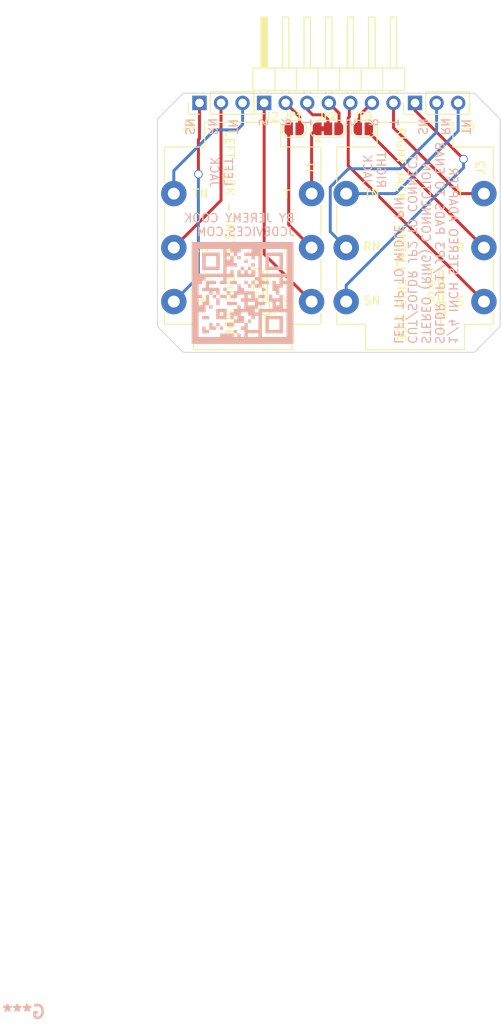
<source format=kicad_pcb>
(kicad_pcb (version 20211014) (generator pcbnew)
  (layers (0 "F.Cu" signal) (31 "B.Cu" signal) (34 "B.Paste" user) (35 "F.Paste" user) (36 "B.SilkS" user "B.Silkscreen") (37 "F.SilkS" user "F.Silkscreen") (38 "B.Mask" user) (39 "F.Mask" user) (44 "Edge.Cuts" user))
  (net 0 "")
  (net 1 "Net-(JP1-Pad2)")
  (net 2 "Net-(J1-PadS)")
  (net 3 "Net-(J1-PadRN)")
  (net 4 "Net-(J2-Pad2)")
  (net 5 "Net-(J2-Pad3)")
  (net 6 "Net-(J2-Pad4)")
  (net 7 "Net-(J2-Pad5)")
  (net 8 "Net-(J2-Pad6)")
  (net 9 "Net-(J2-Pad7)")
  (net 10 "Net-(J3-PadR)")
  (net 11 "Net-(J1-PadSN)")
  (net 12 "Net-(JP2-Pad1)")
  (net 13 "Net-(J1-PadTN)")
  (net 14 "Net-(J3-PadRN)")
  (net 15 "Net-(J3-PadSN)")
  (net 16 "Net-(J3-PadTN)")
  (footprint "Jumper:SolderJumper-2_P1.3mm_Open_RoundedPad1.0x1.5mm" (layer "F.Cu") (at 141.224 62.611)
    (fp_text reference "JP3" (at 0 -1.524) (layer "F.SilkS") (effects (font (size 0.8 0.8))))
    (fp_text value "SolderJumper_2_Open")
    (fp_line (start -1.4 0.3) (end -1.4 -0.3) (layer "F.SilkS") (width 0.12))
    (fp_line (start -0.7 -1) (end 0.7 -1) (layer "F.SilkS") (width 0.12))
    (fp_line (start 0.7 1) (end -0.7 1) (layer "F.SilkS") (width 0.12))
    (fp_line (start 1.4 -0.3) (end 1.4 0.3) (layer "F.SilkS") (width 0.12))
    (fp_arc (start 1.4 0.3) (mid 1.194975 0.794975) (end 0.7 1) (layer "F.SilkS") (width 0.12))
    (fp_arc (start -0.7 1) (mid -1.194975 0.794975) (end -1.4 0.3) (layer "F.SilkS") (width 0.12))
    (fp_arc (start 0.7 -1) (mid 1.194975 -0.794975) (end 1.4 -0.3) (layer "F.SilkS") (width 0.12))
    (fp_arc (start -1.4 -0.3) (mid -1.194975 -0.794975) (end -0.7 -1) (layer "F.SilkS") (width 0.12))
    (pad "1" smd custom locked (at -0.65 0) (size 1 0.5) (layers "F.Cu" "F.Mask") (net 8 "Net-(J2-Pad6)") (options (clearance outline) (anchor rect)) (primitives (gr_circle (center 0 0.25) (end 0.5 0.25) (width 0) (fill yes)) (gr_circle (center 0 -0.25) (end 0.5 -0.25) (width 0) (fill yes)) (gr_poly (pts (xy 0.5 0.75) (xy 0 0.75) (xy 0 -0.75) (xy 0.5 -0.75)) (width 0) (fill yes))))
    (pad "2" smd custom locked (at 0.65 0) (size 1 0.5) (layers "F.Cu" "F.Mask") (net 10 "Net-(J3-PadR)") (options (clearance outline) (anchor rect)) (primitives (gr_circle (center 0 0.25) (end 0.5 0.25) (width 0) (fill yes)) (gr_circle (center 0 -0.25) (end 0.5 -0.25) (width 0) (fill yes)) (gr_poly (pts (xy 0 0.75) (xy -0.5 0.75) (xy -0.5 -0.75) (xy 0 -0.75)) (width 0) (fill yes))))
  )
  (footprint "Connector_PinHeader_2.54mm:PinHeader_1x03_P2.54mm_Vertical" (layer "F.Cu") (at 147.32 59.563 90)
    (fp_text reference "J5" (at -2.667 6.223) (layer "F.SilkS"))
    (fp_text value "Conn_01x03_Female")
    (fp_line (start 1.33 1.27) (end 1.33 6.41) (layer "F.SilkS") (width 0.12))
    (fp_line (start -1.33 1.27) (end -1.33 6.41) (layer "F.SilkS") (width 0.12))
    (fp_line (start -1.33 0) (end -1.33 -1.33) (layer "F.SilkS") (width 0.12))
    (fp_line (start -1.33 6.41) (end 1.33 6.41) (layer "F.SilkS") (width 0.12))
    (fp_line (start -1.33 1.27) (end 1.33 1.27) (layer "F.SilkS") (width 0.12))
    (fp_line (start -1.33 -1.33) (end 0 -1.33) (layer "F.SilkS") (width 0.12))
    (pad "1" thru_hole rect locked (at 0 0 90) (size 1.7 1.7) (drill 1) (layers *.Cu *.Mask) (net 15 "Net-(J3-PadSN)"))
    (pad "2" thru_hole oval locked (at 0 2.54 90) (size 1.7 1.7) (drill 1) (layers *.Cu *.Mask) (net 14 "Net-(J3-PadRN)"))
    (pad "3" thru_hole oval locked (at 0 5.08 90) (size 1.7 1.7) (drill 1) (layers *.Cu *.Mask) (net 16 "Net-(J3-PadTN)"))
  )
  (footprint "Jumper:SolderJumper-2_P1.3mm_Open_RoundedPad1.0x1.5mm" (layer "F.Cu") (at 133.081 62.611 180)
    (fp_text reference "JP1" (at 0.112 1.524) (layer "F.SilkS") (effects (font (size 0.8 0.8))))
    (fp_text value "SolderJumper_2_Open")
    (fp_line (start 1.4 -0.3) (end 1.4 0.3) (layer "F.SilkS") (width 0.12))
    (fp_line (start 0.7 1) (end -0.7 1) (layer "F.SilkS") (width 0.12))
    (fp_line (start -0.7 -1) (end 0.7 -1) (layer "F.SilkS") (width 0.12))
    (fp_line (start -1.4 0.3) (end -1.4 -0.3) (layer "F.SilkS") (width 0.12))
    (fp_arc (start -0.7 1) (mid -1.194975 0.794975) (end -1.4 0.3) (layer "F.SilkS") (width 0.12))
    (fp_arc (start 1.4 0.3) (mid 1.194975 0.794975) (end 0.7 1) (layer "F.SilkS") (width 0.12))
    (fp_arc (start 0.7 -1) (mid 1.194975 -0.794975) (end 1.4 -0.3) (layer "F.SilkS") (width 0.12))
    (fp_arc (start -1.4 -0.3) (mid -1.194975 -0.794975) (end -0.7 -1) (layer "F.SilkS") (width 0.12))
    (pad "1" smd custom locked (at -0.65 0 180) (size 1 0.5) (layers "F.Cu" "F.Mask") (net 4 "Net-(J2-Pad2)") (options (clearance outline) (anchor rect)) (primitives (gr_circle (center 0 0.25) (end 0.5 0.25) (width 0) (fill yes)) (gr_circle (center 0 -0.25) (end 0.5 -0.25) (width 0) (fill yes)) (gr_poly (pts (xy 0.5 0.75) (xy 0 0.75) (xy 0 -0.75) (xy 0.5 -0.75)) (width 0) (fill yes))))
    (pad "2" smd custom locked (at 0.65 0 180) (size 1 0.5) (layers "F.Cu" "F.Mask") (net 1 "Net-(JP1-Pad2)") (options (clearance outline) (anchor rect)) (primitives (gr_circle (center 0 0.25) (end 0.5 0.25) (width 0) (fill yes)) (gr_circle (center 0 -0.25) (end 0.5 -0.25) (width 0) (fill yes)) (gr_poly (pts (xy 0 0.75) (xy -0.5 0.75) (xy -0.5 -0.75) (xy 0 -0.75)) (width 0) (fill yes))))
  )
  (footprint "Connector_PinHeader_2.54mm:PinHeader_1x03_P2.54mm_Vertical" (layer "F.Cu") (at 121.92 59.563 90)
    (fp_text reference "J4" (at -2.667 -1.27) (layer "F.SilkS"))
    (fp_text value "Conn_01x03_Female")
    (fp_line (start -1.33 1.27) (end -1.33 6.41) (layer "F.SilkS") (width 0.12))
    (fp_line (start -1.33 6.41) (end 1.33 6.41) (layer "F.SilkS") (width 0.12))
    (fp_line (start -1.33 -1.33) (end 0 -1.33) (layer "F.SilkS") (width 0.12))
    (fp_line (start 1.33 1.27) (end 1.33 6.41) (layer "F.SilkS") (width 0.12))
    (fp_line (start -1.33 0) (end -1.33 -1.33) (layer "F.SilkS") (width 0.12))
    (fp_line (start -1.33 1.27) (end 1.33 1.27) (layer "F.SilkS") (width 0.12))
    (pad "1" thru_hole rect locked (at 0 0 90) (size 1.7 1.7) (drill 1) (layers *.Cu *.Mask) (net 11 "Net-(J1-PadSN)"))
    (pad "2" thru_hole oval locked (at 0 2.54 90) (size 1.7 1.7) (drill 1) (layers *.Cu *.Mask) (net 3 "Net-(J1-PadRN)"))
    (pad "3" thru_hole oval locked (at 0 5.08 90) (size 1.7 1.7) (drill 1) (layers *.Cu *.Mask) (net 13 "Net-(J1-PadTN)"))
  )
  (footprint "Connector_Audio:Jack_6.35mm_Neutrik_NMJ6HCD3_Horizontal" (layer "F.Cu") (at 135.128 70.231 -90)
    (fp_text reference "J1" (at -3.048 0.127 90) (layer "F.SilkS"))
    (fp_text value "AudioJack3_Dual_Ground_Switch")
    (fp_line (start 15.37 -1.105) (end 14.05 -1.105) (layer "F.SilkS") (width 0.12))
    (fp_line (start 15.37 2.295) (end 15.37 -1.105) (layer "F.SilkS") (width 0.12))
    (fp_line (start 7.75 -1.105) (end 11.35 -1.105) (layer "F.SilkS") (width 0.12))
    (fp_line (start 11.35 17.335) (end 7.75 17.335) (layer "F.SilkS") (width 0.12))
    (fp_line (start 18.37 13.935) (end 18.37 2.295) (layer "F.SilkS") (width 0.12))
    (fp_line (start -1.35 17.335) (end -5.48 17.335) (layer "F.SilkS") (width 0.12))
    (fp_line (start -8.4 12.545) (end -8.4 3.645) (layer "F.SilkS") (width 0.12))
    (fp_line (start 15.37 13.935) (end 18.37 13.935) (layer "F.SilkS") (width 0.12))
    (fp_line (start 15.37 17.335) (end 15.37 13.935) (layer "F.SilkS") (width 0.12))
    (fp_line (start -5.48 3.645) (end -5.48 -1.105) (layer "F.SilkS") (width 0.12))
    (fp_line (start 15.37 2.295) (end 18.37 2.295) (layer "F.SilkS") (width 0.12))
    (fp_line (start -5.48 -1.105) (end -1.35 -1.105) (layer "F.SilkS") (width 0.12))
    (fp_line (start -8.4 12.585) (end -5.48 12.585) (layer "F.SilkS") (width 0.12))
    (fp_line (start 1.35 -1.105) (end 4.95 -1.105) (layer "F.SilkS") (width 0.12))
    (fp_line (start 4.95 17.335) (end 1.35 17.335) (layer "F.SilkS") (width 0.12))
    (fp_line (start 15.37 17.335) (end 14.05 17.335) (layer "F.SilkS") (width 0.12))
    (fp_line (start -8.4 3.645) (end -5.48 3.645) (layer "F.SilkS") (width 0.12))
    (fp_line (start -5.48 17.335) (end -5.48 12.585) (layer "F.SilkS") (width 0.12))
    (pad "R" thru_hole circle locked (at 6.35 0 270) (size 3 3) (drill 1.4) (layers *.Cu *.Mask) (net 1 "Net-(JP1-Pad2)"))
    (pad "RN" thru_hole circle locked (at 6.35 16.23 270) (size 3 3) (drill 1.4) (layers *.Cu *.Mask) (net 3 "Net-(J1-PadRN)"))
    (pad "S" thru_hole circle locked (at 12.7 0 270) (size 3 3) (drill 1.4) (layers *.Cu *.Mask) (net 2 "Net-(J1-PadS)"))
    (pad "SN" thru_hole circle locked (at 12.7 16.23 270) (size 3 3) (drill 1.4) (layers *.Cu *.Mask) (net 11 "Net-(J1-PadSN)"))
    (pad "T" thru_hole circle locked (at 0 0 270) (size 3 3) (drill 1.4) (layers *.Cu *.Mask) (net 12 "Net-(JP2-Pad1)"))
    (pad "TN" thru_hole circle locked (at 0 16.23 270) (size 3 3) (drill 1.4) (layers *.Cu *.Mask) (net 13 "Net-(J1-PadTN)"))
  )
  (footprint "Jumper:SolderJumper-3_P1.3mm_Bridged12_RoundedPad1.0x1.5mm" (layer "F.Cu") (at 137.063 62.611)
    (fp_text reference "JP2" (at -0.03 -1.524) (layer "F.SilkS") (effects (font (size 0.8 0.8))))
    (fp_text value "SolderJumper_3_Bridged12")
    (fp_poly (pts (xy -0.9 -0.3) (xy -0.4 -0.3) (xy -0.4 0.3) (xy -0.9 0.3)) (layer "F.Cu") (width 0) (fill solid))
    (fp_line (start -2.05 0.3) (end -2.05 -0.3) (layer "F.SilkS") (width 0.12))
    (fp_line (start 1.4 1) (end -1.4 1) (layer "F.SilkS") (width 0.12))
    (fp_line (start -1.5 1.5) (end -0.9 1.5) (layer "F.SilkS") (width 0.12))
    (fp_line (start -1.2 1.2) (end -1.5 1.5) (layer "F.SilkS") (width 0.12))
    (fp_line (start -1.2 1.2) (end -0.9 1.5) (layer "F.SilkS") (width 0.12))
    (fp_line (start 2.05 -0.3) (end 2.05 0.3) (layer "F.SilkS") (width 0.12))
    (fp_line (start -1.4 -1) (end 1.4 -1) (layer "F.SilkS") (width 0.12))
    (fp_arc (start 2.05 0.3) (mid 1.844975 0.794975) (end 1.35 1) (layer "F.SilkS") (width 0.12))
    (fp_arc (start -2.05 -0.3) (mid -1.844975 -0.794975) (end -1.35 -1) (layer "F.SilkS") (width 0.12))
    (fp_arc (start -1.35 1) (mid -1.844975 0.794975) (end -2.05 0.3) (layer "F.SilkS") (width 0.12))
    (fp_arc (start 1.35 -1) (mid 1.844975 -0.794975) (end 2.05 -0.3) (layer "F.SilkS") (width 0.12))
    (pad "1" smd custom locked (at -1.3 0) (size 1 0.5) (layers "F.Cu" "F.Mask") (net 12 "Net-(JP2-Pad1)") (options (clearance outline) (anchor rect)) (primitives (gr_circle (center 0 0.25) (end 0.5 0.25) (width 0) (fill yes)) (gr_circle (center 0 -0.25) (end 0.5 -0.25) (width 0) (fill yes)) (gr_poly (pts (xy 0.55 0.75) (xy 0 0.75) (xy 0 -0.75) (xy 0.55 -0.75)) (width 0) (fill yes))))
    (pad "2" smd rect locked (at 0 0) (size 1 1.5) (layers "F.Cu" "F.Mask") (net 5 "Net-(J2-Pad3)"))
    (pad "3" smd custom locked (at 1.3 0) (size 1 0.5) (layers "F.Cu" "F.Mask") (net 6 "Net-(J2-Pad4)") (options (clearance outline) (anchor rect)) (primitives (gr_circle (center 0 0.25) (end 0.5 0.25) (width 0) (fill yes)) (gr_circle (center 0 -0.25) (end 0.5 -0.25) (width 0) (fill yes)) (gr_poly (pts (xy 0 0.75) (xy -0.55 0.75) (xy -0.55 -0.75) (xy 0 -0.75)) (width 0) (fill yes))))
  )
  (footprint "Connector_PinHeader_2.54mm:PinHeader_1x07_P2.54mm_Horizontal" (layer "F.Cu") (at 129.54 59.563 90)
    (fp_text reference "J2" (at -1.651 0.889 180) (layer "F.SilkS"))
    (fp_text value "Conn_01x07_Female")
    (fp_line (start 4.1 -1.33) (end 1.44 -1.33) (layer "F.SilkS") (width 0.12))
    (fp_line (start 1.042929 14.86) (end 1.44 14.86) (layer "F.SilkS") (width 0.12))
    (fp_line (start 4.1 2.16) (end 10.1 2.16) (layer "F.SilkS") (width 0.12))
    (fp_line (start 1.042929 10.54) (end 1.44 10.54) (layer "F.SilkS") (width 0.12))
    (fp_line (start 1.042929 5.46) (end 1.44 5.46) (layer "F.SilkS") (width 0.12))
    (fp_line (start 1.44 8.89) (end 4.1 8.89) (layer "F.SilkS") (width 0.12))
    (fp_line (start 1.042929 4.7) (end 1.44 4.7) (layer "F.SilkS") (width 0.12))
    (fp_line (start 1.042929 8) (end 1.44 8) (layer "F.SilkS") (width 0.12))
    (fp_line (start 10.1 13.08) (end 4.1 13.08) (layer "F.SilkS") (width 0.12))
    (fp_line (start 1.11 -0.38) (end 1.44 -0.38) (layer "F.SilkS") (width 0.12))
    (fp_line (start 10.1 -0.38) (end 10.1 0.38) (layer "F.SilkS") (width 0.12))
    (fp_line (start 4.1 9.78) (end 10.1 9.78) (layer "F.SilkS") (width 0.12))
    (fp_line (start 1.44 16.57) (end 4.1 16.57) (layer "F.SilkS") (width 0.12))
    (fp_line (start -1.27 -1.27) (end 0 -1.27) (layer "F.SilkS") (width 0.12))
    (fp_line (start 4.1 12.32) (end 10.1 12.32) (layer "F.SilkS") (width 0.12))
    (fp_line (start 10.1 5.46) (end 4.1 5.46) (layer "F.SilkS") (width 0.12))
    (fp_line (start 4.1 -0.08) (end 10.1 -0.08) (layer "F.SilkS") (width 0.12))
    (fp_line (start 1.44 11.43) (end 4.1 11.43) (layer "F.SilkS") (width 0.12))
    (fp_line (start 4.1 0.28) (end 10.1 0.28) (layer "F.SilkS") (width 0.12))
    (fp_line (start 1.042929 2.92) (end 1.44 2.92) (layer "F.SilkS") (width 0.12))
    (fp_line (start 1.042929 12.32) (end 1.44 12.32) (layer "F.SilkS") (width 0.12))
    (fp_line (start 4.1 -0.32) (end 10.1 -0.32) (layer "F.SilkS") (width 0.12))
    (fp_line (start 1.44 13.97) (end 4.1 13.97) (layer "F.SilkS") (width 0.12))
    (fp_line (start 4.1 -0.2) (end 10.1 -0.2) (layer "F.SilkS") (width 0.12))
    (fp_line (start 10.1 8) (end 4.1 8) (layer "F.SilkS") (width 0.12))
    (fp_line (start 1.44 -1.33) (end 1.44 16.57) (layer "F.SilkS") (width 0.12))
    (fp_line (start 10.1 9.78) (end 10.1 10.54) (layer "F.SilkS") (width 0.12))
    (fp_line (start 4.1 16.57) (end 4.1 -1.33) (layer "F.SilkS") (width 0.12))
    (fp_line (start 10.1 2.92) (end 4.1 2.92) (layer "F.SilkS") (width 0.12))
    (fp_line (start 1.44 6.35) (end 4.1 6.35) (layer "F.SilkS") (width 0.12))
    (fp_line (start 1.11 0.38) (end 1.44 0.38) (layer "F.SilkS") (width 0.12))
    (fp_line (start 10.1 4.7) (end 10.1 5.46) (layer "F.SilkS") (width 0.12))
    (fp_line (start 1.44 1.27) (end 4.1 1.27) (layer "F.SilkS") (width 0.12))
    (fp_line (start 1.042929 13.08) (end 1.44 13.08) (layer "F.SilkS") (width 0.12))
    (fp_line (start 1.042929 2.16) (end 1.44 2.16) (layer "F.SilkS") (width 0.12))
    (fp_line (start 4.1 0.16) (end 10.1 0.16) (layer "F.SilkS") (width 0.12))
    (fp_line (start 10.1 15.62) (end 4.1 15.62) (layer "F.SilkS") (width 0.12))
    (fp_line (start -1.27 0) (end -1.27 -1.27) (layer "F.SilkS") (width 0.12))
    (fp_line (start 1.042929 15.62) (end 1.44 15.62) (layer "F.SilkS") (width 0.12))
    (fp_line (start 4.1 14.86) (end 10.1 14.86) (layer "F.SilkS") (width 0.12))
    (fp_line (start 4.1 -0.38) (end 10.1 -0.38) (layer "F.SilkS") (width 0.12))
    (fp_line (start 10.1 2.16) (end 10.1 2.92) (layer "F.SilkS") (width 0.12))
    (fp_line (start 1.44 3.81) (end 4.1 3.81) (layer "F.SilkS") (width 0.12))
    (fp_line (start 4.1 7.24) (end 10.1 7.24) (layer "F.SilkS") (width 0.12))
    (fp_line (start 10.1 7.24) (end 10.1 8) (layer "F.SilkS") (width 0.12))
    (fp_line (start 10.1 12.32) (end 10.1 13.08) (layer "F.SilkS") (width 0.12))
    (fp_line (start 4.1 0.04) (end 10.1 0.04) (layer "F.SilkS") (width 0.12))
    (fp_line (start 1.042929 7.24) (end 1.44 7.24) (layer "F.SilkS") (width 0.12))
    (fp_line (start 10.1 0.38) (end 4.1 0.38) (layer "F.SilkS") (width 0.12))
    (fp_line (start 10.1 10.54) (end 4.1 10.54) (layer "F.SilkS") (width 0.12))
    (fp_line (start 1.042929 9.78) (end 1.44 9.78) (layer "F.SilkS") (width 0.12))
    (fp_line (start 10.1 14.86) (end 10.1 15.62) (layer "F.SilkS") (width 0.12))
    (fp_line (start 4.1 4.7) (end 10.1 4.7) (layer "F.SilkS") (width 0.12))
    (pad "1" thru_hole rect locked (at 0 0 90) (size 1.7 1.7) (drill 1) (layers *.Cu *.Mask) (net 2 "Net-(J1-PadS)"))
    (pad "2" thru_hole oval locked (at 0 2.54 90) (size 1.7 1.7) (drill 1) (layers *.Cu *.Mask) (net 4 "Net-(J2-Pad2)"))
    (pad "3" thru_hole oval locked (at 0 5.08 90) (size 1.7 1.7) (drill 1) (layers *.Cu *.Mask) (net 5 "Net-(J2-Pad3)"))
    (pad "4" thru_hole oval locked (at 0 7.62 90) (size 1.7 1.7) (drill 1) (layers *.Cu *.Mask) (net 6 "Net-(J2-Pad4)"))
    (pad "5" thru_hole oval locked (at 0 10.16 90) (size 1.7 1.7) (drill 1) (layers *.Cu *.Mask) (net 7 "Net-(J2-Pad5)"))
    (pad "6" thru_hole oval locked (at 0 12.7 90) (size 1.7 1.7) (drill 1) (layers *.Cu *.Mask) (net 8 "Net-(J2-Pad6)"))
    (pad "7" thru_hole oval locked (at 0 15.24 90) (size 1.7 1.7) (drill 1) (layers *.Cu *.Mask) (net 9 "Net-(J2-Pad7)"))
  )
  (footprint "Connector_Audio:Jack_6.35mm_Neutrik_NMJ6HCD3_Horizontal" (layer "F.Cu") (at 155.435 70.231 -90)
    (fp_text reference "J3" (at -3.048 0.368 90) (layer "F.SilkS"))
    (fp_text value "AudioJack3_Dual_Ground_Switch")
    (fp_line (start 15.37 -1.105) (end 14.05 -1.105) (layer "F.SilkS") (width 0.12))
    (fp_line (start 18.37 13.935) (end 18.37 2.295) (layer "F.SilkS") (width 0.12))
    (fp_line (start -8.4 12.545) (end -8.4 3.645) (layer "F.SilkS") (width 0.12))
    (fp_line (start -5.48 3.645) (end -5.48 -1.105) (layer "F.SilkS") (width 0.12))
    (fp_line (start 11.35 17.335) (end 7.75 17.335) (layer "F.SilkS") (width 0.12))
    (fp_line (start 7.75 -1.105) (end 11.35 -1.105) (layer "F.SilkS") (width 0.12))
    (fp_line (start -8.4 12.585) (end -5.48 12.585) (layer "F.SilkS") (width 0.12))
    (fp_line (start 15.37 17.335) (end 14.05 17.335) (layer "F.SilkS") (width 0.12))
    (fp_line (start -5.48 17.335) (end -5.48 12.585) (layer "F.SilkS") (width 0.12))
    (fp_line (start -5.48 -1.105) (end -1.35 -1.105) (layer "F.SilkS") (width 0.12))
    (fp_line (start -1.35 17.335) (end -5.48 17.335) (layer "F.SilkS") (width 0.12))
    (fp_line (start 15.37 2.295) (end 18.37 2.295) (layer "F.SilkS") (width 0.12))
    (fp_line (start 1.35 -1.105) (end 4.95 -1.105) (layer "F.SilkS") (width 0.12))
    (fp_line (start 15.37 2.295) (end 15.37 -1.105) (layer "F.SilkS") (width 0.12))
    (fp_line (start -8.4 3.645) (end -5.48 3.645) (layer "F.SilkS") (width 0.12))
    (fp_line (start 4.95 17.335) (end 1.35 17.335) (layer "F.SilkS") (width 0.12))
    (fp_line (start 15.37 17.335) (end 15.37 13.935) (layer "F.SilkS") (width 0.12))
    (fp_line (start 15.37 13.935) (end 18.37 13.935) (layer "F.SilkS") (width 0.12))
    (pad "R" thru_hole circle locked (at 6.35 0 270) (size 3 3) (drill 1.4) (layers *.Cu *.Mask) (net 10 "Net-(J3-PadR)"))
    (pad "RN" thru_hole circle locked (at 6.35 16.23 270) (size 3 3) (drill 1.4) (layers *.Cu *.Mask) (net 14 "Net-(J3-PadRN)"))
    (pad "S" thru_hole circle locked (at 12.7 0 270) (size 3 3) (drill 1.4) (layers *.Cu *.Mask) (net 7 "Net-(J2-Pad5)"))
    (pad "SN" thru_hole circle locked (at 12.7 16.23 270) (size 3 3) (drill 1.4) (layers *.Cu *.Mask) (net 15 "Net-(J3-PadSN)"))
    (pad "T" thru_hole circle locked (at 0 0 270) (size 3 3) (drill 1.4) (layers *.Cu *.Mask) (net 9 "Net-(J2-Pad7)"))
    (pad "TN" thru_hole circle locked (at 0 16.23 270) (size 3 3) (drill 1.4) (layers *.Cu *.Mask) (net 16 "Net-(J3-PadTN)"))
  )
  (footprint "LOGO" (layer "B.Cu") (at 127 81.915 180)
    (fp_text reference "G***" (at 25.781 -84.582) (layer "B.SilkS") (effects (font (size 1.524 1.524) (thickness 0.3)) (justify mirror)))
    (fp_text value "LOGO" hide)
    (fp_poly (pts (xy -0.620774 0.620774) (xy -1.026319 0.620774) (xy -1.024005 0.821232) (xy -1.02169 1.02169) (xy -0.821232 1.024005) (xy -0.620774 1.026319)) (layer "B.SilkS") (width 0) (fill solid))
    (fp_poly (pts (xy 4.759267 -3.10387) (xy 3.939872 -3.10387) (xy 3.942187 -2.903412) (xy 3.944501 -2.702953) (xy 4.351884 -2.700848) (xy 4.759267 -2.698744)) (layer "B.SilkS") (width 0) (fill solid))
    (fp_poly (pts (xy 1.034623 -4.759267) (xy 0.629078 -4.759267) (xy 0.631393 -4.558809) (xy 0.633707 -4.35835) (xy 1.034623 -4.353722)) (layer "B.SilkS") (width 0) (fill solid))
    (fp_poly (pts (xy -0.206924 3.517719) (xy -0.61247 3.517719) (xy -0.610155 3.718177) (xy -0.607841 3.918635) (xy -0.407383 3.92095) (xy -0.206924 3.923264)) (layer "B.SilkS") (width 0) (fill solid))
    (fp_poly (pts (xy -0.620774 -3.517719) (xy -1.026319 -3.517719) (xy -1.024005 -3.317261) (xy -1.02169 -3.116803) (xy -0.821232 -3.114488) (xy -0.620774 -3.112174)) (layer "B.SilkS") (width 0) (fill solid))
    (fp_poly (pts (xy 2.276171 0.206924) (xy 1.870626 0.206924) (xy 1.87294 0.407383) (xy 1.875255 0.607841) (xy 2.075713 0.610155) (xy 2.276171 0.61247)) (layer "B.SilkS") (width 0) (fill solid))
    (fp_poly (pts (xy -1.862322 -0.620774) (xy -2.681716 -0.620774) (xy -2.679402 -0.420316) (xy -2.677087 -0.219858) (xy -2.269705 -0.217753) (xy -1.862322 -0.215648)) (layer "B.SilkS") (width 0) (fill solid))
    (fp_poly (pts (xy -1.034623 1.034623) (xy -1.440168 1.034623) (xy -1.437854 1.235081) (xy -1.43554 1.43554) (xy -1.235081 1.437854) (xy -1.034623 1.440168)) (layer "B.SilkS") (width 0) (fill solid))
    (fp_poly (pts (xy 4.759267 2.69002) (xy 2.690021 2.69002) (xy 2.690021 3.103869) (xy 3.10387 3.103869) (xy 4.345418 3.103869) (xy 4.345418 4.345417) (xy 3.10387 4.345417) (xy 3.10387 3.103869) (xy 2.690021 3.103869) (xy 2.690021 4.759267) (xy 4.759267 4.759267)) (layer "B.SilkS") (width 0) (fill solid))
    (fp_poly (pts (xy 1.448473 1.034623) (xy 0.629078 1.034623) (xy 0.631393 1.235081) (xy 0.633707 1.43554) (xy 1.04109 1.437644) (xy 1.448473 1.439749)) (layer "B.SilkS") (width 0) (fill solid))
    (fp_poly (pts (xy 3.517719 -0.620774) (xy 3.112174 -0.620774) (xy 3.114488 -0.420316) (xy 3.116803 -0.219858) (xy 3.317261 -0.217543) (xy 3.517719 -0.215229)) (layer "B.SilkS") (width 0) (fill solid))
    (fp_poly (pts (xy 3.10387 -3.10387) (xy 1.871186 -3.10387) (xy 1.872528 -2.698642) (xy 2.276171 -2.698642) (xy 2.698642 -2.698642) (xy 2.698642 -2.276171) (xy 2.276171 -2.276171) (xy 2.276171 -2.698642) (xy 1.872528 -2.698642) (xy 1.87322 -2.489562) (xy 1.875255 -1.875255) (xy 2.489562 -1.87322) (xy 3.10387 -1.871186)) (layer "B.SilkS") (width 0) (fill solid))
    (fp_poly (pts (xy -2.69002 2.69002) (xy -4.759267 2.69002) (xy -4.759267 3.103869) (xy -4.345417 3.103869) (xy -3.103869 3.103869) (xy -3.103869 4.345417) (xy -4.345417 4.345417) (xy -4.345417 3.103869) (xy -4.759267 3.103869) (xy -4.759267 4.759267) (xy -2.69002 4.759267)) (layer "B.SilkS") (width 0) (fill solid))
    (fp_poly (pts (xy 2.690021 -4.345418) (xy 2.284475 -4.345418) (xy 2.28679 -4.144959) (xy 2.289104 -3.944501) (xy 2.489562 -3.942187) (xy 2.690021 -3.939872)) (layer "B.SilkS") (width 0) (fill solid))
    (fp_poly (pts (xy 1.862322 -0.206925) (xy 1.456777 -0.206925) (xy 1.459091 -0.006467) (xy 1.461405 0.193992) (xy 1.661864 0.196306) (xy 1.862322 0.19862)) (layer "B.SilkS") (width 0) (fill solid))
    (fp_poly (pts (xy 3.931568 -4.345418) (xy 3.112174 -4.345418) (xy 3.114488 -4.144959) (xy 3.116803 -3.944501) (xy 3.321416 -3.94219) (xy 3.52603 -3.939879) (xy 3.528341 -3.735265) (xy 3.530652 -3.530652) (xy 3.73111 -3.528338) (xy 3.931568 -3.526023)) (layer "B.SilkS") (width 0) (fill solid))
    (fp_poly (pts (xy 4.345418 0.612152) (xy 4.759267 0.612152) (xy 4.759267 0.206924) (xy 3.931568 0.206924) (xy 3.931568 -0.206925) (xy 3.526341 -0.206925) (xy 3.526341 0.206924) (xy 3.10387 0.206924) (xy 3.10387 -0.206925) (xy 2.698744 -0.206925) (xy 2.700848 0.200458) (xy 2.702953 0.607841) (xy 3.116803 0.609742) (xy 3.208863 0.610149) (xy 3.303238 0.610538) (xy 3.396963 0.610899) (xy 3.48707 0.611221) (xy 3.570595 0.611493) (xy 3.64457 0.611706) (xy 3.706032 0.61185) (xy 3.735421 0.611897) (xy 3.94019 0.612152) (xy 3.94019 1.034623) (xy 3.112174 1.034623) (xy 3.114488 1.235081) (xy 3.116803 1.43554) (xy 3.73111 1.437574) (xy 4.345418 1.439609)) (layer "B.SilkS") (width 0) (fill solid))
    (fp_poly (pts (xy 1.862322 -3.931568) (xy 1.042927 -3.931568) (xy 1.045242 -3.73111) (xy 1.047556 -3.530652) (xy 1.862322 -3.526442)) (layer "B.SilkS") (width 0) (fill solid))
    (fp_poly (pts (xy 4.759267 -4.759267) (xy 3.939872 -4.759267) (xy 3.942187 -4.558809) (xy 3.944501 -4.35835) (xy 4.149115 -4.356039) (xy 4.353728 -4.353728) (xy 4.356039 -4.149115) (xy 4.35835 -3.944501) (xy 4.558809 -3.942187) (xy 4.759267 -3.939872)) (layer "B.SilkS") (width 0) (fill solid))
    (fp_poly (pts (xy -2.276171 0.206924) (xy -2.681716 0.206924) (xy -2.679402 0.407383) (xy -2.677087 0.607841) (xy -2.476629 0.610155) (xy -2.276171 0.61247)) (layer "B.SilkS") (width 0) (fill solid))
    (fp_poly (pts (xy 0.620774 3.931568) (xy 0.215229 3.931568) (xy 0.217543 4.132026) (xy 0.219858 4.332485) (xy 0.620774 4.337113)) (layer "B.SilkS") (width 0) (fill solid))
    (fp_poly (pts (xy -1.034623 3.103869) (xy -1.440168 3.103869) (xy -1.437854 3.304328) (xy -1.43554 3.504786) (xy -1.235081 3.5071) (xy -1.034623 3.509415)) (layer "B.SilkS") (width 0) (fill solid))
    (fp_poly (pts (xy -2.69002 -4.759267) (xy -4.759267 -4.759267) (xy -4.759267 -4.345418) (xy -4.345417 -4.345418) (xy -3.103869 -4.345418) (xy -3.103869 -3.10387) (xy -4.345417 -3.10387) (xy -4.345417 -4.345418) (xy -4.759267 -4.345418) (xy -4.759267 -2.690021) (xy -2.69002 -2.690021)) (layer "B.SilkS") (width 0) (fill solid))
    (fp_poly (pts (xy 3.10387 -1.448473) (xy 2.698744 -1.448473) (xy 2.700848 -1.04109) (xy 2.702953 -0.633707) (xy 2.903412 -0.631393) (xy 3.10387 -0.629078)) (layer "B.SilkS") (width 0) (fill solid))
    (fp_poly (pts (xy 6.000815 -6.000815) (xy -6.000814 -6.000815) (xy -6.000814 -5.181432) (xy -1.862322 -5.181432) (xy -1.653242 -5.18374) (xy -1.578668 -5.184355) (xy -1.493397 -5.184715) (xy -1.403975 -5.184815) (xy -1.316945 -5.184648) (xy -1.238853 -5.184208) (xy -1.228615 -5.184121) (xy -1.153244 -5.183522) (xy -1.068795 -5.182976) (xy -0.981573 -5.182515) (xy -0.897882 -5.182173) (xy -0.824028 -5.181981) (xy -0.81261 -5.181966) (xy -0.612152 -5.181738) (xy -0.612152 -4.759267) (xy -1.862322 -4.759267) (xy -1.862322 -5.181432) (xy -6.000814 -5.181432) (xy -6.000814 -5.173116) (xy -5.173116 -5.173116) (xy -2.276171 -5.173116) (xy -2.276171 -2.276171) (xy -5.173116 -2.276171) (xy -5.173116 -5.173116) (xy -6.000814 -5.173116) (xy -6.000814 -1.870944) (xy -5.173116 -1.870944) (xy -4.750645 -1.870944) (xy -4.750429 -1.666175) (xy -4.750364 -1.622291) (xy -4.750248 -1.563192) (xy -4.750085 -1.490905) (xy -4.750003 -1.457095) (xy -4.345417 -1.457095) (xy -3.922946 -1.457095) (xy -3.922946 -1.034623) (xy -4.345417 -1.034623) (xy -4.345417 -1.457095) (xy -4.750003 -1.457095) (xy -4.749882 -1.407458) (xy -4.749643 -1.314879) (xy -4.749374 -1.215197) (xy -4.74908 -1.110437) (xy -4.748767 -1.00263) (xy -4.748438 -0.893803) (xy -4.748274 -0.840632) (xy -4.746334 -0.219858) (xy -4.545876 -0.217543) (xy -4.345417 -0.215229) (xy -4.345417 -0.628809) (xy -4.136337 -0.631258) (xy -4.060511 -0.6319) (xy -3.974292 -0.632224) (xy -3.884509 -0.63223) (xy -3.797989 -0.631919) (xy -3.721562 -0.631291) (xy -3.718332 -0.631254) (xy -3.509408 -0.6288) (xy -3.504786 -0.219858) (xy -3.304328 -0.217543) (xy -3.103869 -0.215229) (xy -3.103869 -1.034623) (xy -3.517719 -1.034623) (xy -3.517719 -1.870944) (xy -3.308639 -1.871186) (xy -3.263911 -1.871224) (xy -3.203988 -1.871254) (xy -3.130922 -1.871275) (xy -3.046762 -1.871288) (xy -2.953558 -1.871293) (xy -2.853358 -1.871289) (xy -2.748215 -1.871276) (xy -2.640176 -1.871255) (xy -2.531292 -1.871225) (xy -2.48094 -1.871208) (xy -1.862322 -1.870988) (xy -1.862322 -2.284793) (xy -1.43985 -2.284793) (xy -1.43985 -1.862322) (xy -1.8537 -1.862322) (xy -1.8537 -1.456788) (xy -1.448472 -1.456788) (xy -1.239392 -1.459165) (xy -1.18061 -1.459739) (xy -1.127266 -1.460082) (xy -1.081879 -1.460192) (xy -1.046968 -1.460067) (xy -1.02505 -1.459705) (xy -1.01883 -1.459318) (xy -1.007213 -1.458681) (xy -0.980954 -1.458115) (xy -0.942655 -1.457648) (xy -0.894916 -1.457307) (xy -0.84034 -1.457121) (xy -0.80975 -1.457095) (xy -0.612152 -1.457095) (xy -0.612152 -1.034623) (xy -1.448472 -1.034623) (xy -1.448472 -1.456788) (xy -1.8537 -1.456788) (xy -1.8537 -1.448473) (xy -2.681716 -1.448473) (xy -2.679402 -1.248014) (xy -2.677087 -1.047556) (xy -2.470163 -1.045755) (xy -2.394922 -1.045172) (xy -2.309539 -1.04463) (xy -2.220811 -1.044164) (xy -2.135539 -1.04381) (xy -2.060519 -1.043603) (xy -2.058625 -1.0436) (xy -1.854012 -1.043245) (xy -1.8517 -0.838476) (xy -1.849389 -0.633707) (xy -1.64462 -0.631395) (xy -1.467495 -0.629396) (xy -1.034623 -0.629396) (xy -0.612152 -0.629396) (xy -0.612152 -0.206925) (xy -1.034623 -0.206925) (xy -1.034623 -0.629396) (xy -1.467495 -0.629396) (xy -1.43985 -0.629084) (xy -1.439496 -0.424471) (xy -1.439294 -0.349838) (xy -1.438943 -0.26476) (xy -1.43848 -0.176037) (xy -1.437939 -0.090467) (xy -1.437357 -0.014848) (xy -1.437341 -0.012933) (xy -1.43554 0.193992) (xy -1.02169 0.195893) (xy -0.929638 0.1963) (xy -0.835277 0.196689) (xy -0.741573 0.19705) (xy -0.65149 0.197371) (xy -0.567993 0.197644) (xy -0.494046 0.197857) (xy -0.432615 0.198) (xy -0.403228 0.198048) (xy -0.198615 0.198303) (xy -0.196303 0.403072) (xy -0.193992 0.607841) (xy 0.010622 0.610152) (xy 0.215235 0.612463) (xy 0.217546 0.817077) (xy 0.219858 1.02169) (xy 0.420316 1.024005) (xy 0.620774 1.026319) (xy 0.620774 0.198303) (xy 1.034623 0.198303) (xy 1.034623 -0.215547) (xy 1.448473 -0.215547) (xy 1.448473 -0.620774) (xy 0.629396 -0.620774) (xy 0.629396 -0.206925) (xy -0.206924 -0.206925) (xy -0.206924 -0.629396) (xy 0.206925 -0.629396) (xy 0.206925 -1.034623) (xy -0.206924 -1.034623) (xy -0.206924 -1.870944) (xy 0.215235 -1.870944) (xy 0.217546 -1.666175) (xy 0.219858 -1.461405) (xy 0.620774 -1.456777) (xy 0.620774 -1.870944) (xy 1.034623 -1.870944) (xy 1.034623 -2.284793) (xy 1.448473 -2.284793) (xy 1.448473 -3.10387) (xy 1.043245 -3.10387) (xy 1.043245 -2.690021) (xy 0.620774 -2.690021) (xy 0.620774 -3.112492) (xy 1.034623 -3.112492) (xy 1.034623 -3.517719) (xy -0.198201 -3.517719) (xy -0.196097 -3.110336) (xy -0.193992 -2.702953) (xy 0.010777 -2.700642) (xy 0.215547 -2.69833) (xy 0.215547 -2.276171) (xy -0.620774 -2.276171) (xy -0.620774 -2.690021) (xy -1.034623 -2.690021) (xy -1.034623 -3.10387) (xy -1.43985 -3.10387) (xy -1.43985 -2.690021) (xy -1.862322 -2.690021) (xy -1.862322 -4.35404) (xy -1.653242 -4.354333) (xy -1.526242 -4.354473) (xy -1.402927 -4.354532) (xy -1.284433 -4.354516) (xy -1.171898 -4.354428) (xy -1.06646 -4.354271) (xy -0.969254 -4.354048) (xy -0.88142 -4.353765) (xy -0.804093 -4.353423) (xy -0.738412 -4.353028) (xy -0.685514 -4.352581) (xy -0.646535 -4.352088) (xy -0.622614 -4.351552) (xy -0.614882 -4.351022) (xy -0.61427 -4.342098) (xy -0.613616 -4.317622) (xy -0.61294 -4.279287) (xy -0.612263 -4.228784) (xy -0.611604 -4.167804) (xy -0.610985 -4.098041) (xy -0.610425 -4.021185) (xy -0.609947 -3.939422) (xy -0.607841 -3.530652) (xy -0.407383 -3.528338) (xy -0.206924 -3.526023) (xy -0.206924 -3.94019) (xy 0.206925 -3.94019) (xy 0.206925 -4.345418) (xy -0.206924 -4.345418) (xy -0.206924 -5.181738) (xy 0.215235 -5.181738) (xy 0.217546 -4.976969) (xy 0.219858 -4.7722) (xy 0.420316 -4.769885) (xy 0.620774 -4.767571) (xy 0.620774 -5.181738) (xy 1.042933 -5.181738) (xy 1.045245 -4.976969) (xy 1.047556 -4.7722) (xy 1.868788 -4.7702) (xy 2.690021 -4.7682) (xy 2.690021 -5.181432) (xy 2.899101 -5.18374) (xy 2.939427 -5.184074) (xy 2.993288 -5.184346) (xy 3.059463 -5.184558) (xy 3.136736 -5.184712) (xy 3.223887 -5.184812) (xy 3.319698 -5.184861) (xy 3.422951 -5.184859) (xy 3.532427 -5.184811) (xy 3.646908 -5.184719) (xy 3.765175 -5.184586) (xy 3.886011 -5.184414) (xy 4.008196 -5.184205) (xy 4.130513 -5.183963) (xy 4.251742 -5.18369) (xy 4.370666 -5.183389) (xy 4.486065 -5.183062) (xy 4.596723 -5.182711) (xy 4.701419 -5.182341) (xy 4.798937 -5.181952) (xy 4.888057 -5.181548) (xy 4.96756 -5.181132) (xy 5.03623 -5.180705) (xy 5.092847 -5.180271) (xy 5.136192 -5.179833) (xy 5.165048 -5.179392) (xy 5.178196 -5.178952) (xy 5.178891 -5.178837) (xy 5.179218 -5.170032) (xy 5.179533 -5.144869) (xy 5.179836 -5.104235) (xy 5.180127 -5.049017) (xy 5.180403 -4.980101) (xy 5.180665 -4.898374) (xy 5.180911 -4.804722) (xy 5.181139 -4.700032) (xy 5.18135 -4.58519) (xy 5.181541 -4.461082) (xy 5.181713 -4.328596) (xy 5.181864 -4.188617) (xy 5.181992 -4.042032) (xy 5.182098 -3.889728) (xy 5.18218 -3.73259) (xy 5.182237 -3.571506) (xy 5.182268 -3.407362) (xy 5.182272 -3.241045) (xy 5.182248 -3.07344) (xy 5.182195 -2.905435) (xy 5.182112 -2.737916) (xy 5.181998 -2.571769) (xy 5.181925 -2.485251) (xy 5.181738 -2.276171) (xy 4.353231 -2.276171) (xy 4.35406 -2.071402) (xy 4.354298 -1.997137) (xy 4.354464 -1.912333) (xy 4.354553 -1.823695) (xy 4.354558 -1.737927) (xy 4.354473 -1.661735) (xy 4.354465 -1.657553) (xy 4.35404 -1.448473) (xy 3.940432 -1.448473) (xy 3.942467 -0.834165) (xy 3.944501 -0.219858) (xy 4.144959 -0.217543) (xy 4.345418 -0.215229) (xy 4.345418 -1.043245) (xy 4.759267 -1.043245) (xy 4.759267 -1.457095) (xy 5.181141 -1.457095) (xy 5.183595 -1.248014) (xy 5.184239 -1.172172) (xy 5.184565 -1.085921) (xy 5.184573 -0.996095) (xy 5.184264 -0.909527) (xy 5.183637 -0.833049) (xy 5.1836 -0.829854) (xy 5.181151 -0.620774) (xy 4.767571 -0.620774) (xy 4.769885 -0.420316) (xy 4.7722 -0.219858) (xy 4.976969 -0.217546) (xy 5.181738 -0.215235) (xy 5.181973 -0.012777) (xy 5.182045 0.059427) (xy 5.182108 0.142515) (xy 5.182159 0.230125) (xy 5.182193 0.315896) (xy 5.182208 0.393469) (xy 5.182208 0.405227) (xy 5.182197 0.481255) (xy 5.182165 0.56697) (xy 5.182117 0.655887) (xy 5.182056 0.74152) (xy 5.181985 0.817385) (xy 5.181973 0.827698) (xy 5.181738 1.034623) (xy 4.767889 1.034623) (xy 4.767889 1.448472) (xy 4.35404 1.448472) (xy 4.35404 1.862322) (xy 2.276171 1.862322) (xy 2.276171 1.43985) (xy 2.690021 1.43985) (xy 2.690021 1.034623) (xy 1.870135 1.034623) (xy 1.870965 1.239392) (xy 1.871202 1.313657) (xy 1.871369 1.398461) (xy 1.871458 1.487099) (xy 1.871463 1.572867) (xy 1.871377 1.64906) (xy 1.871369 1.653242) (xy 1.870944 1.862322) (xy 1.043346 1.862322) (xy 1.045451 2.269705) (xy 1.047556 2.677087) (xy 1.248014 2.679402) (xy 1.448473 2.681716) (xy 1.448473 2.267549) (xy 1.870347 2.267549) (xy 1.870448 2.276171) (xy 2.276171 2.276171) (xy 5.173116 2.276171) (xy 5.173116 5.173116) (xy 2.276171 5.173116) (xy 2.276171 2.276171) (xy 1.870448 2.276171) (xy 1.872801 2.476629) (xy 1.873444 2.552472) (xy 1.87377 2.638723) (xy 1.873779 2.728548) (xy 1.87347 2.815117) (xy 1.872843 2.891594) (xy 1.872806 2.894789) (xy 1.870357 3.103869) (xy 0.629078 3.103869) (xy 0.631393 3.304328) (xy 0.633707 3.504786) (xy 0.838476 3.507097) (xy 1.043245 3.509409) (xy 1.0436 3.714022) (xy 1.043802 3.788655) (xy 1.044153 3.873733) (xy 1.044616 3.962456) (xy 1.045156 4.048026) (xy 1.045738 4.123645) (xy 1.045755 4.12556) (xy 1.047556 4.332485) (xy 1.248014 4.334799) (xy 1.448473 4.337113) (xy 1.448473 3.922946) (xy 1.870944 3.922946) (xy 1.870944 4.345417) (xy 1.456777 4.345417) (xy 1.459091 4.545876) (xy 1.461405 4.746334) (xy 1.666175 4.748645) (xy 1.870944 4.750957) (xy 1.870944 5.173116) (xy 1.448473 5.173116) (xy 1.448473 4.759267) (xy 1.034623 4.759267) (xy 1.034623 4.345417) (xy 0.629396 4.345417) (xy 0.629396 4.759267) (xy 0.215547 4.759267) (xy 0.215547 5.173116) (xy -1.034623 5.173116) (xy -1.034623 4.750645) (xy -0.825543 4.750219) (xy -0.75015 4.750128) (xy -0.664774 4.750128) (xy -0.576119 4.750212) (xy -0.490889 4.750374) (xy -0.415791 4.750607) (xy -0.411694 4.750624) (xy -0.206924 4.751454) (xy -0.206924 4.345417) (xy -1.034623 4.345417) (xy -1.034623 3.931568) (xy -1.43985 3.931568) (xy -1.43985 4.345417) (xy -1.862322 4.345417) (xy -1.862322 1.8537) (xy -1.448472 1.8537) (xy -1.448472 1.448472) (xy -1.862322 1.448472) (xy -1.862322 1.026001) (xy -1.448472 1.026001) (xy -1.448472 0.620774) (xy -2.267549 0.620774) (xy -2.267549 1.034623) (xy -3.095565 1.034623) (xy -3.093251 1.235081) (xy -3.090937 1.43554) (xy -2.884012 1.437341) (xy -2.808755 1.437923) (xy -2.723339 1.438466) (xy -2.634569 1.438932) (xy -2.549247 1.439286) (xy -2.474177 1.439493) (xy -2.472318 1.439496) (xy -2.267549 1.43985) (xy -2.267549 1.862322) (xy -4.345417 1.862322) (xy -4.345417 1.026001) (xy -3.923258 1.026001) (xy -3.920947 1.23077) (xy -3.918635 1.43554) (xy -3.517719 1.440168) (xy -3.517719 0.206924) (xy -3.931568 0.206924) (xy -3.931568 -0.206925) (xy -4.337604 -0.206925) (xy -4.336775 -0.002156) (xy -4.336537 0.072109) (xy -4.336371 0.156913) (xy -4.336282 0.245552) (xy -4.336277 0.331319) (xy -4.336362 0.407512) (xy -4.33637 0.411694) (xy -4.336795 0.620774) (xy -4.750645 0.620774) (xy -4.750645 1.034623) (xy -5.173116 1.034623) (xy -5.173116 -1.870944) (xy -6.000814 -1.870944) (xy -6.000814 1.43985) (xy -5.173116 1.43985) (xy -4.750645 1.43985) (xy -4.750645 1.862322) (xy -5.173116 1.862322) (xy -5.173116 1.43985) (xy -6.000814 1.43985) (xy -6.000814 2.276171) (xy -5.173116 2.276171) (xy -2.276171 2.276171) (xy -2.276171 5.173116) (xy -5.173116 5.173116) (xy -5.173116 2.276171) (xy -6.000814 2.276171) (xy -6.000814 6.000814) (xy 6.000815 6.000814)) (layer "B.SilkS") (width 0) (fill solid))
    (fp_poly (pts (xy 3.931568 -1.862322) (xy 3.526023 -1.862322) (xy 3.528338 -1.661864) (xy 3.530652 -1.461405) (xy 3.931568 -1.456777)) (layer "B.SilkS") (width 0) (fill solid))
    (fp_poly (pts (xy 3.10387 -3.931568) (xy 2.698325 -3.931568) (xy 2.702953 -3.530652) (xy 2.903412 -3.528338) (xy 3.10387 -3.526023)) (layer "B.SilkS") (width 0) (fill solid))
    (fp_poly (pts (xy 0.206925 2.69002) (xy -0.19862 2.69002) (xy -0.196306 2.890478) (xy -0.193992 3.090937) (xy 0.006467 3.093251) (xy 0.206925 3.095565)) (layer "B.SilkS") (width 0) (fill solid))
    (fp_poly (pts (xy -0.206924 1.034623) (xy -0.61247 1.034623) (xy -0.610155 1.235081) (xy -0.607841 1.43554) (xy -0.407383 1.437854) (xy -0.206924 1.440168)) (layer "B.SilkS") (width 0) (fill solid))
    (fp_poly (pts (xy 2.690021 -0.620774) (xy 1.870626 -0.620774) (xy 1.87294 -0.420316) (xy 1.875255 -0.219858) (xy 2.690021 -0.215648)) (layer "B.SilkS") (width 0) (fill solid))
    (fp_poly (pts (xy -0.620774 2.69002) (xy -1.026319 2.69002) (xy -1.024005 2.890478) (xy -1.02169 3.090937) (xy -0.620774 3.095565)) (layer "B.SilkS") (width 0) (fill solid))
    (fp_poly (pts (xy 1.862322 -1.448473) (xy 0.629078 -1.448473) (xy 0.631393 -1.248014) (xy 0.633707 -1.047556) (xy 1.248014 -1.045522) (xy 1.862322 -1.043487)) (layer "B.SilkS") (width 0) (fill solid))
    (fp_poly (pts (xy 0.620774 1.862322) (xy -1.439749 1.862322) (xy -1.437644 2.269705) (xy -1.43554 2.677087) (xy -1.235081 2.679402) (xy -1.034623 2.681716) (xy -1.034623 2.267549) (xy -0.612464 2.267549) (xy -0.610152 2.472318) (xy -0.607841 2.677087) (xy -0.407383 2.679402) (xy -0.206924 2.681716) (xy -0.206924 2.267549) (xy 0.215235 2.267549) (xy 0.217546 2.472318) (xy 0.219858 2.677087) (xy 0.420316 2.679402) (xy 0.620774 2.681716)) (layer "B.SilkS") (width 0) (fill solid))
  )
  (gr_line (start 150.114 79.375) (end 150.368 79.121) (layer "F.SilkS") (width 0.15))
  (gr_line (start 150.114 83.058) (end 150.114 79.375) (layer "F.SilkS") (width 0.15))
  (gr_line (start 129.921 83.058) (end 129.413 83.058) (layer "F.SilkS") (width 0.15))
  (gr_line (start 150.876 84.455) (end 150.876 83.058) (layer "F.SilkS") (width 0.15))
  (gr_line (start 129.413 79.375) (end 129.667 79.121) (layer "F.SilkS") (width 0.15))
  (gr_line (start 150.368 84.455) (end 150.368 86.487) (layer "F.SilkS") (width 0.15))
  (gr_line (start 129.413 80.264) (end 129.921 80.264) (layer "F.SilkS") (width 0.15))
  (gr_line (start 129.413 81.534) (end 129.921 81.534) (layer "F.SilkS") (width 0.15))
  (gr_line (start 130.175 83.058) (end 129.921 83.058) (layer "F.SilkS") (width 0.15))
  (gr_line (start 150.114 80.264) (end 150.622 80.264) (layer "F.SilkS") (width 0.15))
  (gr_line (start 129.159 83.058) (end 129.159 84.455) (layer "F.SilkS") (width 0.15))
  (gr_line (start 129.667 84.455) (end 129.667 86.487) (layer "F.SilkS") (width 0.15))
  (gr_line (start 150.114 81.534) (end 150.622 81.534) (layer "F.SilkS") (width 0.15))
  (gr_line (start 149.86 84.455) (end 150.876 84.455) (layer "F.SilkS") (width 0.15))
  (gr_line (start 129.413 83.058) (end 129.159 83.058) (layer "F.SilkS") (width 0.15))
  (gr_line (start 150.368 79.121) (end 150.622 79.375) (layer "F.SilkS") (width 0.15))
  (gr_line (start 130.175 84.455) (end 130.175 83.058) (layer "F.SilkS") (width 0.15))
  (gr_line (start 129.413 83.058) (end 129.413 79.375) (layer "F.SilkS") (width 0.15))
  (gr_line (start 150.114 83.058) (end 149.86 83.058) (layer "F.SilkS") (width 0.15))
  (gr_line (start 129.159 84.455) (end 130.175 84.455) (layer "F.SilkS") (width 0.15))
  (gr_line (start 129.921 79.375) (end 129.921 83.058) (layer "F.SilkS") (width 0.15))
  (gr_line (start 150.876 83.058) (end 150.622 83.058) (layer "F.SilkS") (width 0.15))
  (gr_line (start 149.86 83.058) (end 149.86 84.455) (layer "F.SilkS") (width 0.15))
  (gr_line (start 150.622 79.375) (end 150.622 83.058) (layer "F.SilkS") (width 0.15))
  (gr_line (start 129.667 79.121) (end 129.921 79.375) (layer "F.SilkS") (width 0.15))
  (gr_line (start 150.622 83.058) (end 150.114 83.058) (layer "F.SilkS") (width 0.15))
  (gr_line (start 120.015 58.42) (end 116.967 61.468) (layer "Edge.Cuts") (width 0.1))
  (gr_line (start 116.967 85.852) (end 120.015 88.9) (layer "Edge.Cuts") (width 0.1))
  (gr_line (start 154.305 88.9) (end 120.015 88.9) (layer "Edge.Cuts") (width 0.1))
  (gr_line (start 157.353 61.468) (end 157.353 85.852) (layer "Edge.Cuts") (width 0.1))
  (gr_line (start 120.015 58.42) (end 154.305 58.42) (layer "Edge.Cuts") (width 0.1))
  (gr_line (start 116.967 85.852) (end 116.967 61.468) (layer "Edge.Cuts") (width 0.1))
  (gr_line (start 154.305 58.42) (end 157.353 61.468) (layer "Edge.Cuts") (width 0.1))
  (gr_line (start 154.305 88.9) (end 157.353 85.852) (layer "Edge.Cuts") (width 0.1))
  (gr_text "SN" (at 148.209 62.357 -90) (layer "B.SilkS") (effects (font (size 1 1)) (justify mirror)))
  (gr_text "SN" (at 120.777 62.357 -90) (layer "B.SilkS") (effects (font (size 1 1)) (justify mirror)))
  (gr_text "S" (at 129.413 61.849 -90) (layer "B.SilkS") (effects (font (size 1 1)) (justify mirror)))
  (gr_text "1/4 INCH STEREO ADAPTER\nSOLDR JP1/JP3 PADS TO ENAB\nSTEREO (RING) CONNECTION\nCUT/SOLDR JP2 TO CONNECT\nLEFT TIP TO MIDLE PIN" (at 148.59 88.011 -90) (layer "B.SilkS") (effects (font (size 1 1)) (justify left mirror)))
  (gr_text "R" (at 142.367 61.849 -90) (layer "B.SilkS") (effects (font (size 1 1)) (justify mirror)))
  (gr_text "S" (at 139.7 61.849 -90) (layer "B.SilkS") (effects (font (size 1 1)) (justify mirror)))
  (gr_text "TN" (at 153.289 62.357 -90) (layer "B.SilkS") (effects (font (size 1 1)) (justify mirror)))
  (gr_text "LEFT\nJACK" (at 124.46 67.691 -90) (layer "B.SilkS") (effects (font (size 1 1)) (justify mirror)))
  (gr_text "RIGHT\nJACK" (at 142.494 67.437 -90) (layer "B.SilkS") (effects (font (size 1 1)) (justify mirror)))
  (gr_text "RN" (at 150.876 62.357 -90) (layer "B.SilkS") (effects (font (size 1 1)) (justify mirror)))
  (gr_text "T" (at 134.493 61.849 -90) (layer "B.SilkS") (effects (font (size 1 1)) (justify mirror)))
  (gr_text "R" (at 132.08 61.849 -90) (layer "B.SilkS") (effects (font (size 1 1)) (justify mirror)))
  (gr_text "T" (at 144.78 61.849 -90) (layer "B.SilkS") (effects (font (size 1 1)) (justify mirror)))
  (gr_text "RN" (at 123.444 62.357 -90) (layer "B.SilkS") (effects (font (size 1 1)) (justify mirror)))
  (gr_text "TN" (at 125.857 62.357 -90) (layer "B.SilkS") (effects (font (size 1 1)) (justify mirror)))
  (gr_text "BY JEREMY COOK\nJCDEVICES.COM" (at 133.223 73.914) (layer "B.SilkS") (effects (font (size 1 1)) (justify left mirror)))
  (gr_text "SN" (at 122.047 82.931) (layer "F.SilkS") (effects (font (size 1 1))))
  (gr_text "T" (at 128.524 79.629) (layer "F.SilkS") (effects (font (size 1 1))))
  (gr_text "LEFT JACK - INSTALL THIS SIDE" (at 125.476 74.93 -90) (layer "F.SilkS") (effects (font (size 1 1))))
  (gr_text "RN" (at 142.24 76.454) (layer "F.SilkS") (effects (font (size 1 1))))
  (gr_text "TN" (at 122.047 70.231) (layer "F.SilkS") (effects (font (size 1 1))))
  (gr_text "RN" (at 122.047 76.581) (layer "F.SilkS") (effects (font (size 1 1))))
  (gr_text "T" (at 132.207 70.358) (layer "F.SilkS") (effects (font (size 1 1))))
  (gr_text "RIGHT JACK - INSTALL THIS SIDE" (at 145.669 75.057 -90) (layer "F.SilkS") (effects (font (size 1 1))))
  (gr_text "R" (at 152.654 76.581) (layer "F.SilkS") (effects (font (size 1 1))))
  (gr_text "S" (at 149.225 82.423) (layer "F.SilkS") (effects (font (size 1 1))))
  (gr_text "TN" (at 142.24 70.231) (layer "F.SilkS") (effects (font (size 1 1))))
  (gr_text "T" (at 152.654 70.358) (layer "F.SilkS") (effects (font (size 1 1))))
  (gr_text "S" (at 152.654 82.931) (layer "F.SilkS") (effects (font (size 1 1))))
  (gr_text "S" (at 132.207 82.931) (layer "F.SilkS") (effects (font (size 1 1))))
  (gr_text "SN" (at 142.24 82.804) (layer "F.SilkS") (effects (font (size 1 1))))
  (gr_text "R" (at 132.207 76.581) (layer "F.SilkS") (effects (font (size 1 1))))
  (gr_text "T" (at 149.225 79.629) (layer "F.SilkS") (effects (font (size 1 1))))
  (gr_text "R" (at 149.225 81.026) (layer "F.SilkS") (effects (font (size 1 1))))
  (gr_text "S" (at 128.524 82.423) (layer "F.SilkS") (effects (font (size 1 1))))
  (gr_text "R" (at 128.524 81.026) (layer "F.SilkS") (effects (font (size 1 1))))
  (segment (start 135.128 76.581) (end 132.431 73.884) (width 0.35) (layer "F.Cu") (net 1))
  (segment (start 132.431 73.884) (end 132.431 62.611) (width 0.35) (layer "F.Cu") (net 1))
  (segment (start 129.54 59.563) (end 129.54 77.343) (width 0.35) (layer "F.Cu") (net 2))
  (segment (start 129.54 77.343) (end 135.128 82.931) (width 0.35) (layer "F.Cu") (net 2))
  (segment (start 118.898 76.581) (end 124.46 71.019) (width 0.35) (layer "F.Cu") (net 3))
  (segment (start 124.46 71.019) (end 124.46 59.563) (width 0.35) (layer "F.Cu") (net 3))
  (segment (start 133.731 61.214) (end 133.731 62.611) (width 0.35) (layer "F.Cu") (net 4))
  (segment (start 132.08 59.563) (end 133.731 61.214) (width 0.35) (layer "F.Cu") (net 4))
  (segment (start 135.255 60.96) (end 134.62 60.325) (width 0.35) (layer "F.Cu") (net 5))
  (segment (start 137.063 62.611) (end 137.063 61.511) (width 0.35) (layer "F.Cu") (net 5))
  (segment (start 134.62 60.325) (end 134.62 59.563) (width 0.35) (layer "F.Cu") (net 5))
  (segment (start 136.512 60.96) (end 135.255 60.96) (width 0.35) (layer "F.Cu") (net 5))
  (segment (start 137.063 61.511) (end 136.512 60.96) (width 0.35) (layer "F.Cu") (net 5))
  (segment (start 137.16 59.563) (end 138.363 60.766) (width 0.35) (layer "F.Cu") (net 6))
  (segment (start 138.363 60.766) (end 138.363 62.611) (width 0.35) (layer "F.Cu") (net 6))
  (segment (start 139.7 59.563) (end 139.572489 59.690511) (width 0.35) (layer "F.Cu") (net 7))
  (segment (start 139.572489 61.214511) (end 139.446 61.341) (width 0.35) (layer "F.Cu") (net 7))
  (segment (start 139.446 66.942) (end 155.435 82.931) (width 0.35) (layer "F.Cu") (net 7))
  (segment (start 139.446 61.341) (end 139.446 66.942) (width 0.35) (layer "F.Cu") (net 7))
  (segment (start 139.572489 59.690511) (end 139.572489 61.214511) (width 0.35) (layer "F.Cu") (net 7))
  (segment (start 140.701 62.611) (end 140.701 61.102) (width 0.35) (layer "F.Cu") (net 8))
  (segment (start 140.701 61.102) (end 142.24 59.563) (width 0.35) (layer "F.Cu") (net 8))
  (segment (start 152.527 70.231) (end 155.435 70.231) (width 0.35) (layer "F.Cu") (net 9))
  (segment (start 144.78 62.484) (end 152.527 70.231) (width 0.35) (layer "F.Cu") (net 9))
  (segment (start 144.78 59.563) (end 144.78 62.484) (width 0.35) (layer "F.Cu") (net 9))
  (segment (start 142.001 63.147) (end 155.435 76.581) (width 0.35) (layer "F.Cu") (net 10))
  (segment (start 142.001 62.611) (end 142.001 63.147) (width 0.35) (layer "F.Cu") (net 10))
  (segment (start 121.793 67.945) (end 121.793 63.881) (width 0.35) (layer "F.Cu") (net 11))
  (segment (start 121.793 63.881) (end 121.92 63.754) (width 0.35) (layer "F.Cu") (net 11))
  (segment (start 121.92 63.754) (end 121.92 59.563) (width 0.35) (layer "F.Cu") (net 11))
  (via (at 121.793 67.945) (size 1) (drill 0.8) (layers "F.Cu" "B.Cu") (net 11))
  (segment (start 121.793 80.036) (end 118.898 82.931) (width 0.35) (layer "B.Cu") (net 11))
  (segment (start 121.793 67.945) (end 121.793 80.036) (width 0.35) (layer "B.Cu") (net 11))
  (segment (start 135.128 70.231) (end 135.128 63.246) (width 0.35) (layer "F.Cu") (net 12))
  (segment (start 135.128 63.246) (end 135.763 62.611) (width 0.35) (layer "F.Cu") (net 12))
  (segment (start 118.898 70.231) (end 118.898 67.538) (width 0.35) (layer "B.Cu") (net 13))
  (segment (start 126.365 62.738) (end 127 62.103) (width 0.35) (layer "B.Cu") (net 13))
  (segment (start 118.898 67.538) (end 123.698 62.738) (width 0.35) (layer "B.Cu") (net 13))
  (segment (start 123.698 62.738) (end 126.365 62.738) (width 0.35) (layer "B.Cu") (net 13))
  (segment (start 127 62.103) (end 127 59.563) (width 0.35) (layer "B.Cu") (net 13))
  (segment (start 145.542 67.31) (end 149.86 62.992) (width 0.35) (layer "B.Cu") (net 14))
  (segment (start 139.47504 67.31) (end 145.542 67.31) (width 0.35) (layer "B.Cu") (net 14))
  (segment (start 137.330489 69.454551) (end 139.47504 67.31) (width 0.35) (layer "B.Cu") (net 14))
  (segment (start 149.86 62.992) (end 149.86 59.563) (width 0.35) (layer "B.Cu") (net 14))
  (segment (start 139.205 76.581) (end 137.330489 74.706489) (width 0.35) (layer "B.Cu") (net 14))
  (segment (start 137.330489 74.706489) (end 137.330489 69.454551) (width 0.35) (layer "B.Cu") (net 14))
  (segment (start 147.32 59.563) (end 147.32 60.452) (width 0.35) (layer "F.Cu") (net 15))
  (segment (start 147.32 60.452) (end 153.035 66.167) (width 0.35) (layer "F.Cu") (net 15))
  (via (at 153.035 66.167) (size 1) (drill 0.8) (layers "F.Cu" "B.Cu") (net 15))
  (segment (start 153.035 66.167) (end 153.035 67.183) (width 0.35) (layer "B.Cu") (net 15))
  (segment (start 139.205 81.013) (end 139.205 82.931) (width 0.35) (layer "B.Cu") (net 15))
  (segment (start 153.035 67.183) (end 139.205 81.013) (width 0.35) (layer "B.Cu") (net 15))
  (segment (start 139.205 70.231) (end 145.034 70.231) (width 0.35) (layer "B.Cu") (net 16))
  (segment (start 152.4 62.865) (end 152.4 59.563) (width 0.35) (layer "B.Cu") (net 16))
  (segment (start 145.034 70.231) (end 152.4 62.865) (width 0.35) (layer "B.Cu") (net 16))
)
</source>
